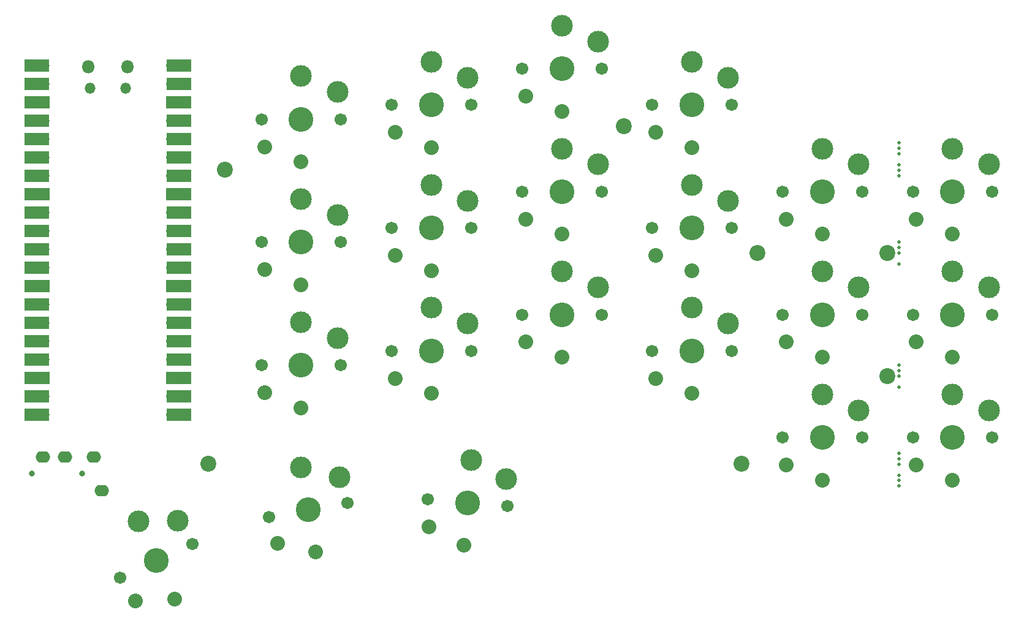
<source format=gbr>
%TF.GenerationSoftware,KiCad,Pcbnew,7.0.5*%
%TF.CreationDate,2023-07-11T21:22:30+02:00*%
%TF.ProjectId,keyboard_pcb,6b657962-6f61-4726-945f-7063622e6b69,rev1.0*%
%TF.SameCoordinates,Original*%
%TF.FileFunction,Soldermask,Top*%
%TF.FilePolarity,Negative*%
%FSLAX46Y46*%
G04 Gerber Fmt 4.6, Leading zero omitted, Abs format (unit mm)*
G04 Created by KiCad (PCBNEW 7.0.5) date 2023-07-11 21:22:30*
%MOMM*%
%LPD*%
G01*
G04 APERTURE LIST*
%ADD10C,3.429000*%
%ADD11C,1.701800*%
%ADD12C,3.000000*%
%ADD13C,2.032000*%
%ADD14O,1.500000X1.500000*%
%ADD15O,1.800000X1.800000*%
%ADD16R,3.500000X1.700000*%
%ADD17O,1.700000X1.700000*%
%ADD18R,1.700000X1.700000*%
%ADD19C,0.800000*%
%ADD20O,2.000000X1.600000*%
%ADD21C,2.200000*%
%ADD22C,0.500000*%
G04 APERTURE END LIST*
D10*
%TO.C,K25*%
X105240000Y-94000000D03*
D11*
X110740000Y-94000000D03*
D12*
X110240000Y-90250000D03*
D11*
X99740000Y-94000000D03*
D12*
X105240000Y-88050000D03*
D13*
X105240000Y-99900000D03*
X100240000Y-97800000D03*
%TD*%
D12*
%TO.C,K24*%
X128240000Y-88250000D03*
D10*
X123240000Y-92000000D03*
D12*
X123240000Y-86050000D03*
D11*
X117740000Y-92000000D03*
X128740000Y-92000000D03*
D13*
X123240000Y-97900000D03*
X118240000Y-95800000D03*
%TD*%
D10*
%TO.C,K21*%
X177240000Y-104000000D03*
D11*
X171740000Y-104000000D03*
D12*
X177240000Y-98050000D03*
D11*
X182740000Y-104000000D03*
D12*
X182240000Y-100250000D03*
D13*
X177240000Y-109900000D03*
X172240000Y-107800000D03*
%TD*%
D11*
%TO.C,K02*%
X164740000Y-58000000D03*
D10*
X159240000Y-58000000D03*
D11*
X153740000Y-58000000D03*
D12*
X159240000Y-52050000D03*
X164240000Y-54250000D03*
D13*
X159240000Y-63900000D03*
X154240000Y-61800000D03*
%TD*%
D11*
%TO.C,K10*%
X189740000Y-87000000D03*
D12*
X195240000Y-81050000D03*
D10*
X195240000Y-87000000D03*
D12*
X200240000Y-83250000D03*
D11*
X200740000Y-87000000D03*
D13*
X195240000Y-92900000D03*
X190240000Y-90800000D03*
%TD*%
D14*
%TO.C,U2*%
X76111800Y-55738000D03*
X80961800Y-55738000D03*
D15*
X81261800Y-52708000D03*
X75811800Y-52708000D03*
D16*
X68746800Y-52578000D03*
D17*
X69646800Y-52578000D03*
X69646800Y-55118000D03*
D16*
X68746800Y-55118000D03*
D18*
X69646800Y-57658000D03*
D16*
X68746800Y-57658000D03*
X68746800Y-60198000D03*
D17*
X69646800Y-60198000D03*
D16*
X68746800Y-62738000D03*
D17*
X69646800Y-62738000D03*
X69646800Y-65278000D03*
D16*
X68746800Y-65278000D03*
X68746800Y-67818000D03*
D17*
X69646800Y-67818000D03*
D16*
X68746800Y-70358000D03*
D18*
X69646800Y-70358000D03*
D16*
X68746800Y-72898000D03*
D17*
X69646800Y-72898000D03*
D16*
X68746800Y-75438000D03*
D17*
X69646800Y-75438000D03*
X69646800Y-77978000D03*
D16*
X68746800Y-77978000D03*
D17*
X69646800Y-80518000D03*
D16*
X68746800Y-80518000D03*
X68746800Y-83058000D03*
D18*
X69646800Y-83058000D03*
D17*
X69646800Y-85598000D03*
D16*
X68746800Y-85598000D03*
X68746800Y-88138000D03*
D17*
X69646800Y-88138000D03*
D16*
X68746800Y-90678000D03*
D17*
X69646800Y-90678000D03*
D16*
X68746800Y-93218000D03*
D17*
X69646800Y-93218000D03*
D18*
X69646800Y-95758000D03*
D16*
X68746800Y-95758000D03*
X68746800Y-98298000D03*
D17*
X69646800Y-98298000D03*
X69646800Y-100838000D03*
D16*
X68746800Y-100838000D03*
D17*
X87426800Y-100838000D03*
D16*
X88326800Y-100838000D03*
D17*
X87426800Y-98298000D03*
D16*
X88326800Y-98298000D03*
X88326800Y-95758000D03*
D18*
X87426800Y-95758000D03*
D17*
X87426800Y-93218000D03*
D16*
X88326800Y-93218000D03*
X88326800Y-90678000D03*
D17*
X87426800Y-90678000D03*
X87426800Y-88138000D03*
D16*
X88326800Y-88138000D03*
X88326800Y-85598000D03*
D17*
X87426800Y-85598000D03*
D16*
X88326800Y-83058000D03*
D18*
X87426800Y-83058000D03*
D17*
X87426800Y-80518000D03*
D16*
X88326800Y-80518000D03*
D17*
X87426800Y-77978000D03*
D16*
X88326800Y-77978000D03*
D17*
X87426800Y-75438000D03*
D16*
X88326800Y-75438000D03*
D17*
X87426800Y-72898000D03*
D16*
X88326800Y-72898000D03*
X88326800Y-70358000D03*
D18*
X87426800Y-70358000D03*
D17*
X87426800Y-67818000D03*
D16*
X88326800Y-67818000D03*
X88326800Y-65278000D03*
D17*
X87426800Y-65278000D03*
D16*
X88326800Y-62738000D03*
D17*
X87426800Y-62738000D03*
X87426800Y-60198000D03*
D16*
X88326800Y-60198000D03*
X88326800Y-57658000D03*
D18*
X87426800Y-57658000D03*
D17*
X87426800Y-55118000D03*
D16*
X88326800Y-55118000D03*
D17*
X87426800Y-52578000D03*
D16*
X88326800Y-52578000D03*
%TD*%
D12*
%TO.C,K04*%
X128240000Y-54250000D03*
D10*
X123240000Y-58000000D03*
D11*
X128740000Y-58000000D03*
X117740000Y-58000000D03*
D12*
X123240000Y-52050000D03*
D13*
X123240000Y-63900000D03*
X118240000Y-61800000D03*
%TD*%
D12*
%TO.C,K12*%
X164240000Y-71250000D03*
X159240000Y-69050000D03*
D11*
X164740000Y-75000000D03*
D10*
X159240000Y-75000000D03*
D11*
X153740000Y-75000000D03*
D13*
X159240000Y-80900000D03*
X154240000Y-78800000D03*
%TD*%
D12*
%TO.C,K30*%
X133547808Y-109700049D03*
D11*
X133719071Y-113479357D03*
D12*
X128758577Y-107072642D03*
D11*
X122760929Y-112520643D03*
D10*
X128240000Y-113000000D03*
D13*
X127725781Y-118877549D03*
X122927835Y-116349761D03*
%TD*%
D12*
%TO.C,K01*%
X177240000Y-64050000D03*
D11*
X182740000Y-70000000D03*
D12*
X182240000Y-66250000D03*
D11*
X171740000Y-70000000D03*
D10*
X177240000Y-70000000D03*
D13*
X177240000Y-75900000D03*
X172240000Y-73800000D03*
%TD*%
D12*
%TO.C,K14*%
X128240000Y-71250000D03*
D10*
X123240000Y-75000000D03*
D12*
X123240000Y-69050000D03*
D11*
X128740000Y-75000000D03*
X117740000Y-75000000D03*
D13*
X123240000Y-80900000D03*
X118240000Y-78800000D03*
%TD*%
D11*
%TO.C,K23*%
X135740000Y-87000000D03*
D10*
X141240000Y-87000000D03*
D12*
X141240000Y-81050000D03*
X146240000Y-83250000D03*
D11*
X146740000Y-87000000D03*
D13*
X141240000Y-92900000D03*
X136240000Y-90800000D03*
%TD*%
D12*
%TO.C,K03*%
X146240000Y-49250000D03*
D11*
X135740000Y-53000000D03*
X146740000Y-53000000D03*
D12*
X141240000Y-47050000D03*
D10*
X141240000Y-53000000D03*
D13*
X141240000Y-58900000D03*
X136240000Y-56800000D03*
%TD*%
D12*
%TO.C,K22*%
X164240000Y-88250000D03*
D11*
X164740000Y-92000000D03*
X153740000Y-92000000D03*
D10*
X159240000Y-92000000D03*
D12*
X159240000Y-86050000D03*
D13*
X159240000Y-97900000D03*
X154240000Y-95800000D03*
%TD*%
D19*
%TO.C,J1*%
X67990000Y-109000000D03*
X74990000Y-109000000D03*
D20*
X77690000Y-111300000D03*
X76590000Y-106700000D03*
X72590000Y-106700000D03*
X69590000Y-106700000D03*
%TD*%
D12*
%TO.C,K15*%
X105240000Y-71050000D03*
D10*
X105240000Y-77000000D03*
D11*
X110740000Y-77000000D03*
D12*
X110240000Y-73250000D03*
D11*
X99740000Y-77000000D03*
D13*
X105240000Y-82900000D03*
X100240000Y-80800000D03*
%TD*%
D12*
%TO.C,K32*%
X88186720Y-115488254D03*
D11*
X90224693Y-118675600D03*
D10*
X85240000Y-121000000D03*
D12*
X82725421Y-115607469D03*
D11*
X80255307Y-123324400D03*
D13*
X87733448Y-126347216D03*
X82314410Y-126557061D03*
%TD*%
D11*
%TO.C,K11*%
X182740000Y-87000000D03*
X171740000Y-87000000D03*
D12*
X177240000Y-81050000D03*
D10*
X177240000Y-87000000D03*
D12*
X182240000Y-83250000D03*
D13*
X177240000Y-92900000D03*
X172240000Y-90800000D03*
%TD*%
D10*
%TO.C,K05*%
X105240000Y-60000000D03*
D12*
X110240000Y-56250000D03*
X105240000Y-54050000D03*
D11*
X110740000Y-60000000D03*
X99740000Y-60000000D03*
D13*
X105240000Y-65900000D03*
X100240000Y-63800000D03*
%TD*%
D12*
%TO.C,K20*%
X195240000Y-98050000D03*
D10*
X195240000Y-104000000D03*
D11*
X189740000Y-104000000D03*
D12*
X200240000Y-100250000D03*
D11*
X200740000Y-104000000D03*
D13*
X195240000Y-109900000D03*
X190240000Y-107800000D03*
%TD*%
D10*
%TO.C,K13*%
X141240000Y-70000000D03*
D11*
X146740000Y-70000000D03*
D12*
X141240000Y-64050000D03*
D11*
X135740000Y-70000000D03*
D12*
X146240000Y-66250000D03*
D13*
X141240000Y-75900000D03*
X136240000Y-73800000D03*
%TD*%
D11*
%TO.C,K00*%
X200740000Y-70000000D03*
X189740000Y-70000000D03*
D12*
X195240000Y-64050000D03*
D10*
X195240000Y-70000000D03*
D12*
X200240000Y-66250000D03*
D13*
X195240000Y-75900000D03*
X190240000Y-73800000D03*
%TD*%
D10*
%TO.C,K31*%
X106240000Y-114000000D03*
D11*
X111656443Y-113044935D03*
X100823557Y-114955065D03*
D12*
X110512858Y-109438730D03*
X105206793Y-108140394D03*
D13*
X107264524Y-119810366D03*
X101975824Y-118610510D03*
%TD*%
D21*
%TO.C,H4*%
X166040000Y-107600000D03*
%TD*%
%TO.C,H2*%
X94740000Y-67000000D03*
%TD*%
%TO.C,H4*%
X186190000Y-95500000D03*
%TD*%
D22*
%TO.C,MB1*%
X187840000Y-78500000D03*
X187840000Y-77000000D03*
X187840000Y-80000000D03*
X187840000Y-77750000D03*
%TD*%
%TO.C,MB3*%
X187840000Y-106935200D03*
X187840000Y-109185200D03*
X187840000Y-107685200D03*
X187840000Y-109935200D03*
X187840000Y-106185200D03*
X187840000Y-110685200D03*
%TD*%
%TO.C,MB2*%
X187840000Y-94750000D03*
X187840000Y-97000000D03*
X187840000Y-94000000D03*
X187840000Y-95500000D03*
%TD*%
D21*
%TO.C,H4*%
X186240000Y-78500000D03*
%TD*%
%TO.C,H1*%
X149840000Y-61000000D03*
%TD*%
%TO.C,H3*%
X92440000Y-107600000D03*
%TD*%
%TO.C,H1*%
X168240000Y-78500000D03*
%TD*%
D22*
%TO.C,MB4*%
X187840000Y-67035200D03*
X187840000Y-64035200D03*
X187840000Y-64785200D03*
X187840000Y-66285200D03*
X187840000Y-67785200D03*
X187840000Y-63285200D03*
%TD*%
M02*

</source>
